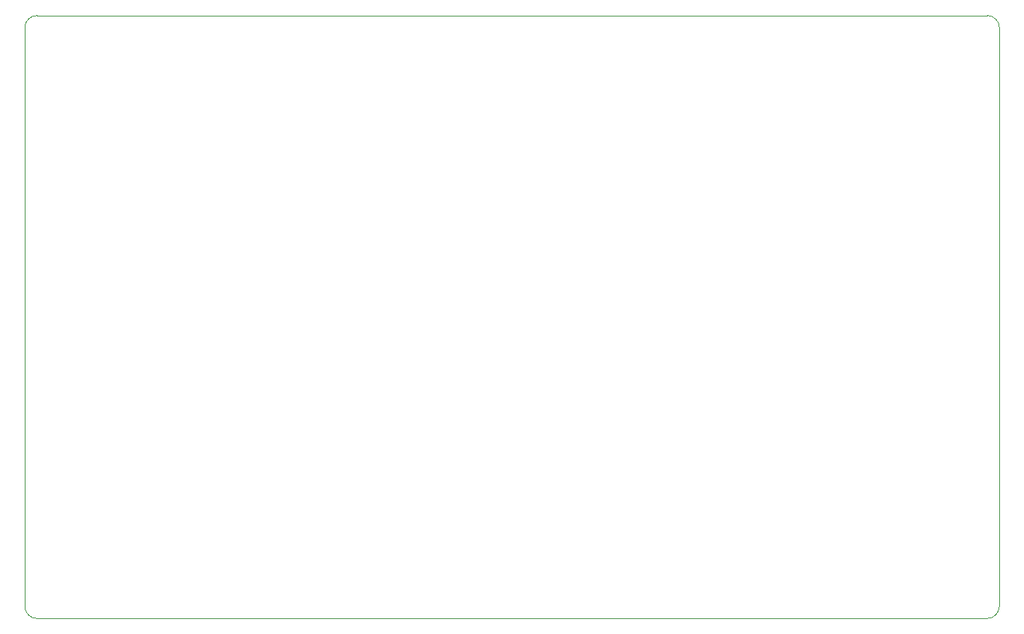
<source format=gbr>
%TF.GenerationSoftware,KiCad,Pcbnew,8.0.2*%
%TF.CreationDate,2024-05-20T09:04:44+02:00*%
%TF.ProjectId,p2000t-ram-expansion-board-1056kb,70323030-3074-42d7-9261-6d2d65787061,1*%
%TF.SameCoordinates,Original*%
%TF.FileFunction,Profile,NP*%
%FSLAX46Y46*%
G04 Gerber Fmt 4.6, Leading zero omitted, Abs format (unit mm)*
G04 Created by KiCad (PCBNEW 8.0.2) date 2024-05-20 09:04:44*
%MOMM*%
%LPD*%
G01*
G04 APERTURE LIST*
%TA.AperFunction,Profile*%
%ADD10C,0.100000*%
%TD*%
G04 APERTURE END LIST*
D10*
X129946400Y-88595200D02*
X129946400Y-23215600D01*
X19964400Y-23215600D02*
G75*
G02*
X21336000Y-21844000I1371600J0D01*
G01*
X21336000Y-89966800D02*
X128574800Y-89966800D01*
X128574800Y-21844000D02*
G75*
G02*
X129946400Y-23215600I0J-1371600D01*
G01*
X129946400Y-88595200D02*
G75*
G02*
X128574800Y-89966800I-1371600J0D01*
G01*
X19964400Y-23215600D02*
X19964400Y-88595200D01*
X21336000Y-89966800D02*
G75*
G02*
X19964400Y-88595200I0J1371600D01*
G01*
X128574800Y-21844000D02*
X21336000Y-21844000D01*
M02*

</source>
